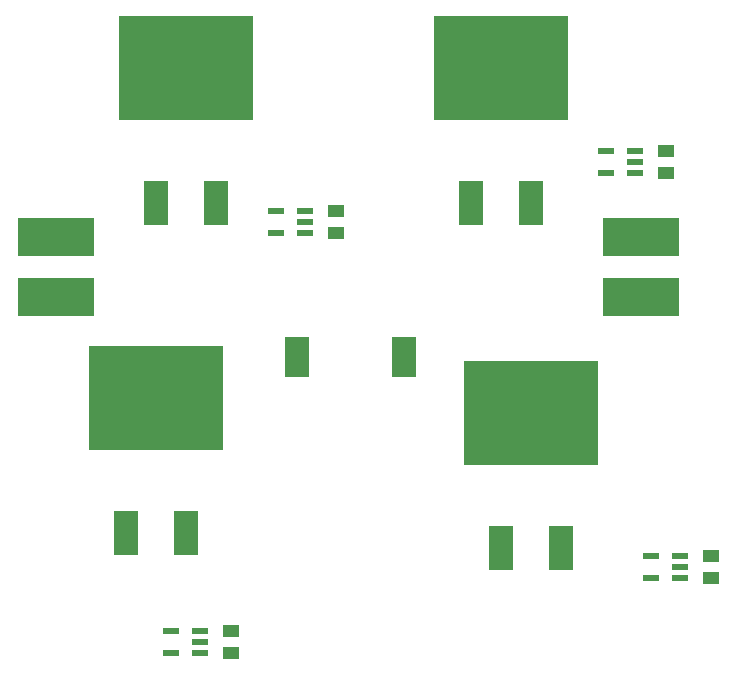
<source format=gbr>
G04 EAGLE Gerber RS-274X export*
G75*
%MOMM*%
%FSLAX34Y34*%
%LPD*%
%INSolderpaste Top*%
%IPPOS*%
%AMOC8*
5,1,8,0,0,1.08239X$1,22.5*%
G01*
G04 Define Apertures*
%ADD10R,1.400000X0.600000*%
%ADD11R,2.000000X3.500000*%
%ADD12R,2.080000X3.810000*%
%ADD13R,11.430000X8.890000*%
%ADD14R,1.420200X1.031200*%
%ADD15R,6.451600X3.251200*%
D10*
X571300Y219100D03*
X571300Y228600D03*
X571300Y238100D03*
X546300Y238100D03*
X546300Y219100D03*
X533200Y562000D03*
X533200Y571500D03*
X533200Y581000D03*
X508200Y581000D03*
X508200Y562000D03*
X164900Y155600D03*
X164900Y165100D03*
X164900Y174600D03*
X139900Y174600D03*
X139900Y155600D03*
X253800Y511200D03*
X253800Y520700D03*
X253800Y530200D03*
X228800Y530200D03*
X228800Y511200D03*
D11*
X247100Y406400D03*
X337100Y406400D03*
D12*
X419100Y244600D03*
D13*
X444500Y358900D03*
D12*
X469900Y244600D03*
X393700Y536700D03*
D13*
X419100Y651000D03*
D12*
X444500Y536700D03*
X101600Y257300D03*
D13*
X127000Y371600D03*
D12*
X152400Y257300D03*
X127000Y536700D03*
D13*
X152400Y651000D03*
D12*
X177800Y536700D03*
D14*
X596900Y237795D03*
X596900Y219405D03*
X190500Y174295D03*
X190500Y155905D03*
X279400Y529895D03*
X279400Y511505D03*
X558800Y580695D03*
X558800Y562305D03*
D15*
X537718Y457200D03*
X537718Y508000D03*
X42418Y457200D03*
X42418Y508000D03*
M02*

</source>
